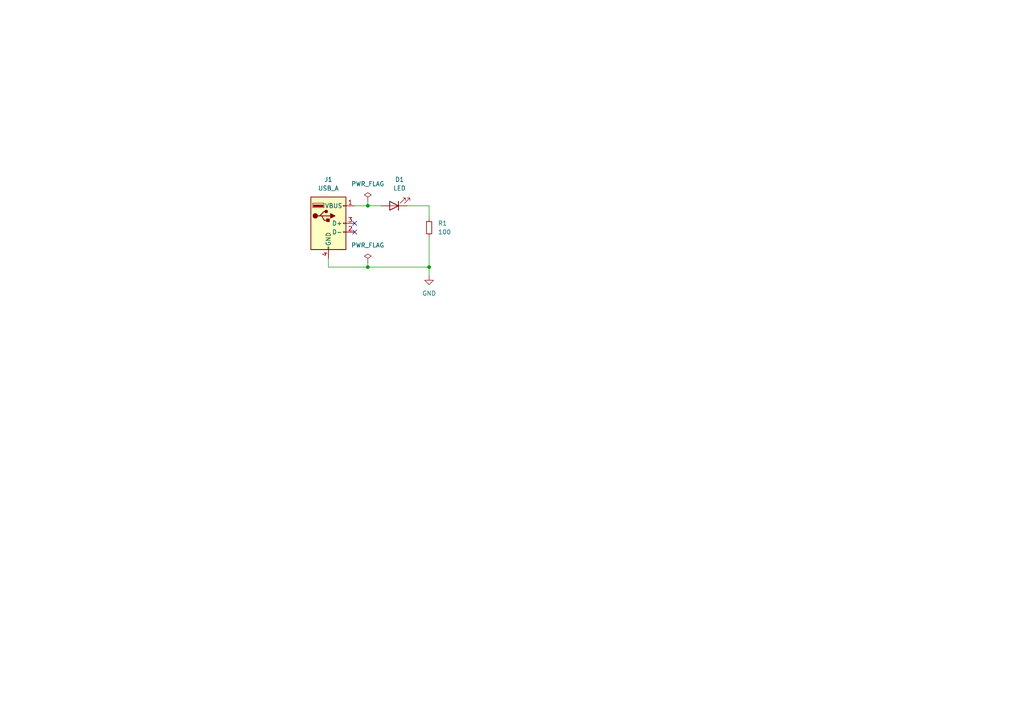
<source format=kicad_sch>
(kicad_sch (version 20230121) (generator eeschema)
  (paper "A4")
  (lib_symbols
    (symbol "Device:LED" (pin_numbers hide) (pin_names (offset 1.016) hide)
      (property "Reference" "D" (at 0 2.54 0))
      (property "Value" "LED" (at 0 -2.54 0))
      (symbol "LED_0_1"
        (polyline (pts (xy -1.27 -1.27) (xy -1.27 1.27)) (stroke (width 0.254)))
        (polyline (pts (xy -1.27 0) (xy 1.27 0)))
        (polyline (pts (xy 1.27 -1.27) (xy 1.27 1.27) (xy -1.27 0) (xy 1.27 -1.27)) (stroke (width 0.254)))
        (polyline (pts (xy -3.048 -0.762) (xy -4.572 -2.286) (xy -3.81 -2.286) (xy -4.572 -2.286) (xy -4.572 -1.524)))
        (polyline (pts (xy -1.778 -0.762) (xy -3.302 -2.286) (xy -2.54 -2.286) (xy -3.302 -2.286) (xy -3.302 -1.524)))
      )
      (symbol "LED_1_1"
        (pin passive line (at -3.81 0 0) (length 2.54) (name "K") (number "1"))
        (pin passive line (at 3.81 0 180) (length 2.54) (name "A") (number "2"))
      )
    )
    (symbol "Device:R_Small" (pin_numbers hide) (pin_names (offset 0.254) hide)
      (property "Reference" "R" (at 0.762 0.508 0))
      (property "Value" "R_Small" (at 0.762 -1.016 0))
      (symbol "R_Small_0_1"
        (rectangle (start -0.762 1.778) (end 0.762 -1.778) (stroke (width 0.2032)))
      )
      (symbol "R_Small_1_1"
        (pin passive line (at 0 2.54 270) (length 0.762) (name "~") (number "1"))
        (pin passive line (at 0 -2.54 90) (length 0.762) (name "~") (number "2"))
      )
    )
    (symbol "USB:USB_A_No-Shield" (pin_names (offset 1.016))
      (property "Reference" "J" (at -5.08 11.43 0))
      (property "Value" "USB_A_No-Shield" (at -5.08 8.89 0))
      (symbol "USB_A_No-Shield_0_1"
        (rectangle (start -5.08 -7.62) (end 5.08 7.62) (stroke (width 0.254)) (fill (type background)))
        (circle (center -3.81 2.159) (radius 0.635) (stroke (width 0.254)) (fill (type outline)))
        (rectangle (start -1.524 4.826) (end -4.318 5.334) (fill (type outline)))
        (rectangle (start -1.27 4.572) (end -4.572 5.842))
        (circle (center -0.635 3.429) (radius 0.381) (stroke (width 0.254)) (fill (type outline)))
        (rectangle (start -0.127 -7.62) (end 0.127 -6.858))
        (polyline (pts (xy -3.175 2.159) (xy -2.54 2.159) (xy -1.27 3.429) (xy -0.635 3.429)) (stroke (width 0.254)))
        (polyline (pts (xy -2.54 2.159) (xy -1.905 2.159) (xy -1.27 0.889) (xy 0 0.889)) (stroke (width 0.254)))
        (polyline (pts (xy 0.635 2.794) (xy 0.635 1.524) (xy 1.905 2.159) (xy 0.635 2.794)) (stroke (width 0.254)) (fill (type outline)))
        (rectangle (start 0.254 1.27) (end -0.508 0.508) (stroke (width 0.254)) (fill (type outline)))
        (rectangle (start 5.08 -2.667) (end 4.318 -2.413))
        (rectangle (start 5.08 -0.127) (end 4.318 0.127))
        (rectangle (start 5.08 4.953) (end 4.318 5.207))
      )
      (symbol "USB_A_No-Shield_1_1"
        (polyline (pts (xy -1.905 2.159) (xy 0.635 2.159)) (stroke (width 0.254)))
        (pin power_in line (at 7.62 5.08 180) (length 2.54) (name "VBUS") (number "1"))
        (pin bidirectional line (at 7.62 -2.54 180) (length 2.54) (name "D-") (number "2"))
        (pin bidirectional line (at 7.62 0 180) (length 2.54) (name "D+") (number "3"))
        (pin power_in line (at 0 -10.16 90) (length 2.54) (name "GND") (number "4"))
      )
    )
    (symbol "power:GND" (power) (pin_names (offset 0))
      (property "Value" "GND" (at 0 -3.81 0))
      (symbol "GND_0_1"
        (polyline (pts (xy 0 0) (xy 0 -1.27) (xy 1.27 -1.27) (xy 0 -2.54) (xy -1.27 -1.27) (xy 0 -1.27)))
      )
      (symbol "GND_1_1"
        (pin power_in line (at 0 0 270) (length 0) hide (name "GND") (number "1"))
      )
    )
    (symbol "power:PWR_FLAG" (power) (pin_numbers hide) (pin_names (offset 0) hide)
      (property "Value" "PWR_FLAG" (at 0 3.81 0))
      (symbol "PWR_FLAG_0_0"
        (pin power_out line (at 0 0 90) (length 0) (name "pwr") (number "1"))
      )
      (symbol "PWR_FLAG_0_1"
        (polyline (pts (xy 0 0) (xy 0 1.27) (xy -1.016 1.905) (xy 0 2.54) (xy 1.016 1.905) (xy 0 1.27)))
      )
    )
  )
  (junction (at 106.68 59.69))
  (junction (at 106.68 77.47))
  (junction (at 124.46 77.47))
  (no_connect (at 102.87 67.31))
  (no_connect (at 102.87 64.77))
  (wire (pts (xy 106.68 58.42) (xy 106.68 59.69)))
  (wire (pts (xy 106.68 77.47) (xy 95.25 77.47)))
  (wire (pts (xy 124.46 77.47) (xy 124.46 80.01)))
  (wire (pts (xy 124.46 59.69) (xy 124.46 63.5)))
  (wire (pts (xy 102.87 59.69) (xy 106.68 59.69)))
  (wire (pts (xy 124.46 77.47) (xy 106.68 77.47)))
  (wire (pts (xy 106.68 76.2) (xy 106.68 77.47)))
  (wire (pts (xy 95.25 77.47) (xy 95.25 74.93)))
  (wire (pts (xy 106.68 59.69) (xy 110.49 59.69)))
  (wire (pts (xy 124.46 68.58) (xy 124.46 77.47)))
  (wire (pts (xy 118.11 59.69) (xy 124.46 59.69)))
  (symbol (lib_id "power:GND") (at 124.46 80.01 0) (unit 1)
    (property "Reference" "#PWR01" (effects hide))
    (property "Value" "GND" (at 124.46 85.09 0))
  )
  (symbol (lib_id "power:PWR_FLAG") (at 106.68 58.42 0) (unit 1)
    (property "Reference" "#FLG01" (effects hide))
    (property "Value" "PWR_FLAG" (at 106.68 53.34 0))
  )
  (symbol (lib_id "USB:USB_A_No-Shield") (at 95.25 64.77 0) (unit 1)
    (property "Reference" "J1" (at 95.25 52.07 0))
    (property "Value" "USB_A" (at 95.25 54.61 0))
    (property "Footprint" "USB-A:usb-PCB-holes" (effects hide))
    (property "Datasheet" " ~" (effects hide))
  )
  (symbol (lib_id "power:PWR_FLAG") (at 106.68 76.2 0) (unit 1)
    (property "Reference" "#FLG02" (effects hide))
    (property "Value" "PWR_FLAG" (at 106.68 71.12 0))
  )
  (symbol (lib_id "Device:R_Small") (at 124.46 66.04 180) (unit 1)
    (property "Reference" "R1" (at 127 64.77 0) (effects (justify right)))
    (property "Value" "100" (at 127 67.31 0) (effects (justify right)))
    (property "Footprint" "Resistor_SMD:R_0805_2012Metric_Pad1.20x1.40mm_HandSolder" (effects hide))
  )
  (symbol (lib_id "Device:LED") (at 114.3 59.69 180) (unit 1)
    (property "Reference" "D1" (at 115.8875 52.07 0))
    (property "Value" "LED" (at 115.8875 54.61 0))
    (property "Footprint" "LED_THT:LED_D5.0mm" (effects hide))
  )
)
</source>
